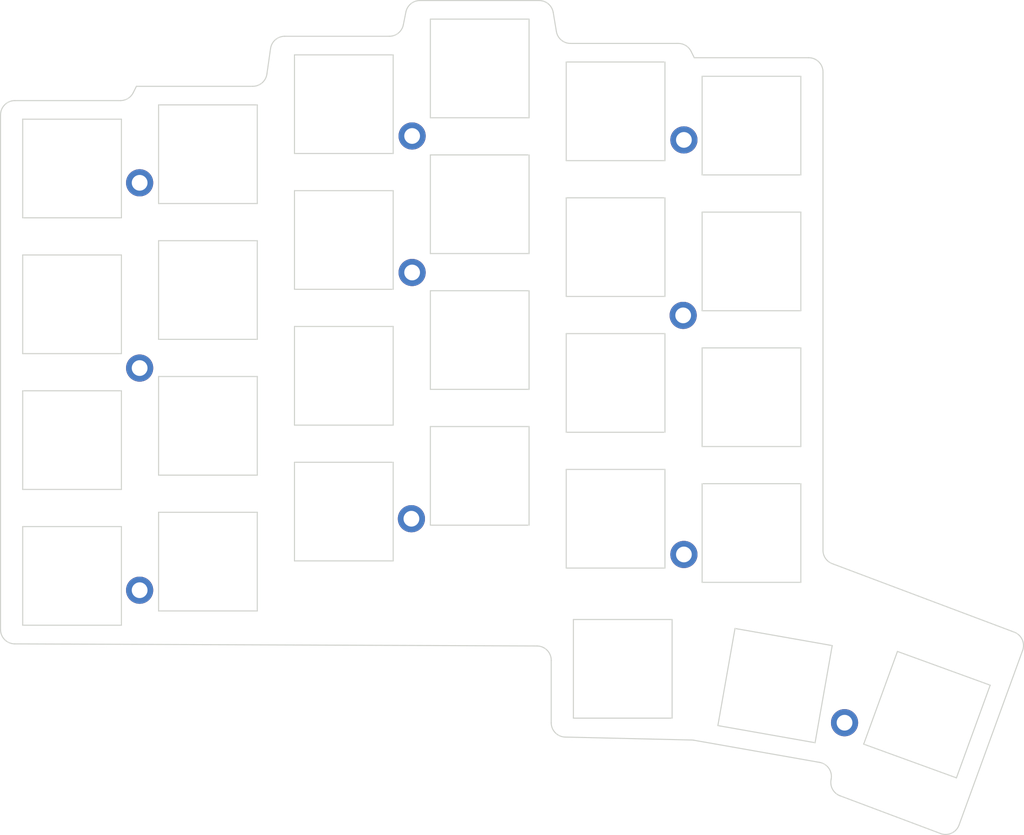
<source format=kicad_pcb>
(kicad_pcb (version 20171130) (host pcbnew 5.1.6)
  (title_block (title "switchplate") (rev "v1.0.0") (company "Unknown"))
  (layers (0 F.Cu signal) (31 B.Cu signal) (34 B.Paste user) (35 F.Paste user) (36 B.SilkS user) (37 F.SilkS user) (38 B.Mask user) (39 F.Mask user) (44 Edge.Cuts user))
  (net 0 "")
  (footprint "ceoloide:mounting_hole_plated" (layer "F.Cu") (at 185.55 89 0)
    (property "Reference" "H1" hide)
    (pad "" thru_hole circle (at 0 0 0) (size 3.8000000000000003 3.8000000000000003) (drill 2.2) (layers "*.Cu" "*.Mask"))
  )
  (footprint "ceoloide:mounting_hole_plated" (layer "F.Cu") (at 109.45 95 0)
    (property "Reference" "H2" hide)
    (pad "" thru_hole circle (at 0 0 0) (size 3.8000000000000003 3.8000000000000003) (drill 2.2) (layers "*.Cu" "*.Mask"))
  )
  (footprint "ceoloide:mounting_hole_plated" (layer "F.Cu") (at 109.45 152 0)
    (property "Reference" "H3" hide)
    (pad "" thru_hole circle (at 0 0 0) (size 3.8000000000000003 3.8000000000000003) (drill 2.2) (layers "*.Cu" "*.Mask"))
  )
  (footprint "ceoloide:mounting_hole_plated" (layer "F.Cu") (at 185.55 147 0)
    (property "Reference" "H4" hide)
    (pad "" thru_hole circle (at 0 0 0) (size 3.8000000000000003 3.8000000000000003) (drill 2.2) (layers "*.Cu" "*.Mask"))
  )
  (footprint "ceoloide:mounting_hole_plated" (layer "F.Cu") (at 147.55 107.55 0)
    (property "Reference" "H5" hide)
    (pad "" thru_hole circle (at 0 0 0) (size 3.8000000000000003 3.8000000000000003) (drill 2.2) (layers "*.Cu" "*.Mask"))
  )
  (footprint "ceoloide:mounting_hole_plated" (layer "F.Cu") (at 147.45 142 0)
    (property "Reference" "H6" hide)
    (pad "" thru_hole circle (at 0 0 0) (size 3.8000000000000003 3.8000000000000003) (drill 2.2) (layers "*.Cu" "*.Mask"))
  )
  (footprint "ceoloide:mounting_hole_plated" (layer "F.Cu") (at 208.0127593 170.5387575 70)
    (property "Reference" "H7" hide)
    (pad "" thru_hole circle (at 0 0 70) (size 3.8000000000000003 3.8000000000000003) (drill 2.2) (layers "*.Cu" "*.Mask"))
  )
  (footprint "ceoloide:mounting_hole_plated" (layer "F.Cu") (at 109.45 120.92 0)
    (property "Reference" "H8" hide)
    (pad "" thru_hole circle (at 0 0 0) (size 3.8000000000000003 3.8000000000000003) (drill 2.2) (layers "*.Cu" "*.Mask"))
  )
  (footprint "ceoloide:mounting_hole_plated" (layer "F.Cu") (at 147.55 88.45 0)
    (property "Reference" "H9" hide)
    (pad "" thru_hole circle (at 0 0 0) (size 3.8000000000000003 3.8000000000000003) (drill 2.2) (layers "*.Cu" "*.Mask"))
  )
  (footprint "ceoloide:mounting_hole_plated" (layer "F.Cu") (at 185.45 113.55 0)
    (property "Reference" "H10" hide)
    (pad "" thru_hole circle (at 0 0 0) (size 3.8000000000000003 3.8000000000000003) (drill 2.2) (layers "*.Cu" "*.Mask"))
  )
  (gr_line (start 224.02127808805048 184.85637340929816) (end 232.91409769299767 160.42355223553318) (angle 90) (layer Edge.Cuts) (width 0.15))
  (gr_line (start 221.43818768725453 186.04444390861596) (end 207.38724930007172 180.76285618854763) (angle 90) (layer Edge.Cuts) (width 0.15))
  (gr_line (start 206.12133904709276 178.54344892104382) (end 206.14557818063648 178.40598194658537) (angle 90) (layer Edge.Cuts) (width 0.15))
  (gr_line (start 204.52325907762105 176.08907006368668) (end 186.94583666815223 172.9896962797087) (angle 90) (layer Edge.Cuts) (width 0.15))
  (gr_line (start 186.64534368753803 172.95985948511833) (end 168.95319659771522 172.54572055322862) (angle 90) (layer Edge.Cuts) (width 0.15))
  (gr_line (start 167 170.5462682556229) (end 167 161.8019642686883) (angle 90) (layer Edge.Cuts) (width 0.15))
  (gr_line (start 165.00805180000157 159.80198046828573) (end 91.99194819999838 159.5080195317143) (angle 90) (layer Edge.Cuts) (width 0.15))
  (gr_line (start 90 157.50803573131168) (end 90 85.5) (angle 90) (layer Edge.Cuts) (width 0.15))
  (gr_line (start 92 83.5) (end 106.76393200000001 83.5) (angle 90) (layer Edge.Cuts) (width 0.15))
  (gr_line (start 108.55278640000002 82.39442719999997) (end 109 81.5) (angle 90) (layer Edge.Cuts) (width 0.15))
  (gr_line (start 109 81.5) (end 125.26540918571429 81.5) (angle 90) (layer Edge.Cuts) (width 0.15))
  (gr_line (start 127.24530817171429 79.78284279800005) (end 127.75469182828571 76.21715720199995) (angle 90) (layer Edge.Cuts) (width 0.15))
  (gr_line (start 129.73459081428572 74.5) (end 144.36039214 74.5) (angle 90) (layer Edge.Cuts) (width 0.15))
  (gr_line (start 146.32155355923075 72.89223220384622) (end 146.67844644076922 71.1077677961539) (angle 90) (layer Edge.Cuts) (width 0.15))
  (gr_line (start 148.63960786 69.5) (end 165.30574586666668 69.5) (angle 90) (layer Edge.Cuts) (width 0.15))
  (gr_line (start 167.27853366666668 71.171202) (end 167.7214663333333 73.82879799999978) (angle 90) (layer Edge.Cuts) (width 0.15))
  (gr_line (start 169.69425413333332 75.5) (end 184.763932 75.5) (angle 90) (layer Edge.Cuts) (width 0.15))
  (gr_line (start 186.5527864 76.6055728) (end 187 77.5) (angle 90) (layer Edge.Cuts) (width 0.15))
  (gr_line (start 187 77.5) (end 203 77.5) (angle 90) (layer Edge.Cuts) (width 0.15))
  (gr_line (start 205 79.5) (end 205 146.41596255544286) (angle 90) (layer Edge.Cuts) (width 0.15))
  (gr_line (start 206.29526859999996 148.28768735544287) (end 231.73944386085827 157.8677872238353) (angle 90) (layer Edge.Cuts) (width 0.15))
  (gr_arc (start 222.1418929201899 184.1723330209959) (end 221.4381877201899 186.0444438209959) (angle -90.60066727266141) (layer Edge.Cuts) (width 0.15))
  (gr_arc (start 208.09095453300708 178.89074530092765) (end 206.12133903300708 178.54344890092764) (angle -79.39933006130005) (layer Edge.Cuts) (width 0.15))
  (gr_arc (start 204.17596269472207 178.05868556670202) (end 206.14557819472208 178.40598196670203) (angle -89.99999999999237) (layer Edge.Cuts) (width 0.15))
  (gr_arc (start 186.59854028525325 174.95931178272406) (end 186.94583668525325 172.98969628272405) (angle -8.659059680884923) (layer Edge.Cuts) (width 0.15))
  (gr_arc (start 169 170.5462682556229) (end 167 170.5462682556229) (angle -88.65905888823056) (layer Edge.Cuts) (width 0.15))
  (gr_arc (start 165 161.8019642686883) (end 167 161.8019642686883) (angle -89.7693322990669) (layer Edge.Cuts) (width 0.15))
  (gr_arc (start 92 157.50803573131168) (end 90 157.50803573131168) (angle -89.7693322990653) (layer Edge.Cuts) (width 0.15))
  (gr_arc (start 92 85.5) (end 92 83.5) (angle -90) (layer Edge.Cuts) (width 0.15))
  (gr_arc (start 106.76393200000001 81.5) (end 106.76393200000001 83.5) (angle -63.43494882292288) (layer Edge.Cuts) (width 0.15))
  (gr_arc (start 125.26540918571429 79.5) (end 125.26540918571429 81.5) (angle -81.86989521498867) (layer Edge.Cuts) (width 0.15))
  (gr_arc (start 129.73459081428572 76.5) (end 129.73459081428572 74.5) (angle -81.8698952149887) (layer Edge.Cuts) (width 0.15))
  (gr_arc (start 144.36039214 72.5) (end 144.36039214 74.5) (angle -78.69006977330321) (layer Edge.Cuts) (width 0.15))
  (gr_arc (start 148.63960786 71.5) (end 148.63960786 69.5) (angle -78.69006977330653) (layer Edge.Cuts) (width 0.15))
  (gr_arc (start 165.30574586666668 71.5) (end 167.27853366666668 71.171202) (angle -80.53767685003733) (layer Edge.Cuts) (width 0.15))
  (gr_arc (start 169.69425413333332 73.49999999999989) (end 167.72146633333332 73.82879799999989) (angle -80.5376768500407) (layer Edge.Cuts) (width 0.15))
  (gr_arc (start 184.763932 77.5) (end 186.5527864 76.6055728) (angle -63.43494882292201) (layer Edge.Cuts) (width 0.15))
  (gr_arc (start 203 79.5) (end 205 79.5) (angle -90) (layer Edge.Cuts) (width 0.15))
  (gr_arc (start 207 146.41596255544286) (end 205 146.41596255544286) (angle -69.36791985925433) (layer Edge.Cuts) (width 0.15))
  (gr_arc (start 231.0347124608583 159.73951202383535) (end 232.91409776085828 160.42355222383534) (angle -89.36791793391237) (layer Edge.Cuts) (width 0.15))
  (gr_line (start 93.1 156.9) (end 106.89999999999999 156.9) (angle 90) (layer Edge.Cuts) (width 0.15))
  (gr_line (start 106.89999999999999 156.9) (end 106.89999999999999 143.1) (angle 90) (layer Edge.Cuts) (width 0.15))
  (gr_line (start 106.89999999999999 143.1) (end 93.1 143.1) (angle 90) (layer Edge.Cuts) (width 0.15))
  (gr_line (start 93.1 143.1) (end 93.1 156.9) (angle 90) (layer Edge.Cuts) (width 0.15))
  (gr_line (start 93.1 137.9) (end 106.89999999999999 137.9) (angle 90) (layer Edge.Cuts) (width 0.15))
  (gr_line (start 106.89999999999999 137.9) (end 106.89999999999999 124.10000000000001) (angle 90) (layer Edge.Cuts) (width 0.15))
  (gr_line (start 106.89999999999999 124.10000000000001) (end 93.1 124.10000000000001) (angle 90) (layer Edge.Cuts) (width 0.15))
  (gr_line (start 93.1 124.10000000000001) (end 93.1 137.9) (angle 90) (layer Edge.Cuts) (width 0.15))
  (gr_line (start 93.1 118.9) (end 106.89999999999999 118.9) (angle 90) (layer Edge.Cuts) (width 0.15))
  (gr_line (start 106.89999999999999 118.9) (end 106.89999999999999 105.10000000000001) (angle 90) (layer Edge.Cuts) (width 0.15))
  (gr_line (start 106.89999999999999 105.10000000000001) (end 93.1 105.10000000000001) (angle 90) (layer Edge.Cuts) (width 0.15))
  (gr_line (start 93.1 105.10000000000001) (end 93.1 118.9) (angle 90) (layer Edge.Cuts) (width 0.15))
  (gr_line (start 93.1 99.9) (end 106.89999999999999 99.9) (angle 90) (layer Edge.Cuts) (width 0.15))
  (gr_line (start 106.89999999999999 99.9) (end 106.89999999999999 86.10000000000001) (angle 90) (layer Edge.Cuts) (width 0.15))
  (gr_line (start 106.89999999999999 86.10000000000001) (end 93.1 86.10000000000001) (angle 90) (layer Edge.Cuts) (width 0.15))
  (gr_line (start 93.1 86.10000000000001) (end 93.1 99.9) (angle 90) (layer Edge.Cuts) (width 0.15))
  (gr_line (start 112.1 154.9) (end 125.89999999999999 154.9) (angle 90) (layer Edge.Cuts) (width 0.15))
  (gr_line (start 125.89999999999999 154.9) (end 125.89999999999999 141.1) (angle 90) (layer Edge.Cuts) (width 0.15))
  (gr_line (start 125.89999999999999 141.1) (end 112.1 141.1) (angle 90) (layer Edge.Cuts) (width 0.15))
  (gr_line (start 112.1 141.1) (end 112.1 154.9) (angle 90) (layer Edge.Cuts) (width 0.15))
  (gr_line (start 112.1 135.9) (end 125.89999999999999 135.9) (angle 90) (layer Edge.Cuts) (width 0.15))
  (gr_line (start 125.89999999999999 135.9) (end 125.89999999999999 122.10000000000001) (angle 90) (layer Edge.Cuts) (width 0.15))
  (gr_line (start 125.89999999999999 122.10000000000001) (end 112.1 122.10000000000001) (angle 90) (layer Edge.Cuts) (width 0.15))
  (gr_line (start 112.1 122.10000000000001) (end 112.1 135.9) (angle 90) (layer Edge.Cuts) (width 0.15))
  (gr_line (start 112.1 116.9) (end 125.89999999999999 116.9) (angle 90) (layer Edge.Cuts) (width 0.15))
  (gr_line (start 125.89999999999999 116.9) (end 125.89999999999999 103.10000000000001) (angle 90) (layer Edge.Cuts) (width 0.15))
  (gr_line (start 125.89999999999999 103.10000000000001) (end 112.1 103.10000000000001) (angle 90) (layer Edge.Cuts) (width 0.15))
  (gr_line (start 112.1 103.10000000000001) (end 112.1 116.9) (angle 90) (layer Edge.Cuts) (width 0.15))
  (gr_line (start 112.1 97.9) (end 125.89999999999999 97.9) (angle 90) (layer Edge.Cuts) (width 0.15))
  (gr_line (start 125.89999999999999 97.9) (end 125.89999999999999 84.10000000000001) (angle 90) (layer Edge.Cuts) (width 0.15))
  (gr_line (start 125.89999999999999 84.10000000000001) (end 112.1 84.10000000000001) (angle 90) (layer Edge.Cuts) (width 0.15))
  (gr_line (start 112.1 84.10000000000001) (end 112.1 97.9) (angle 90) (layer Edge.Cuts) (width 0.15))
  (gr_line (start 131.1 147.9) (end 144.9 147.9) (angle 90) (layer Edge.Cuts) (width 0.15))
  (gr_line (start 144.9 147.9) (end 144.9 134.1) (angle 90) (layer Edge.Cuts) (width 0.15))
  (gr_line (start 144.9 134.1) (end 131.1 134.1) (angle 90) (layer Edge.Cuts) (width 0.15))
  (gr_line (start 131.1 134.1) (end 131.1 147.9) (angle 90) (layer Edge.Cuts) (width 0.15))
  (gr_line (start 131.1 128.9) (end 144.9 128.9) (angle 90) (layer Edge.Cuts) (width 0.15))
  (gr_line (start 144.9 128.9) (end 144.9 115.10000000000001) (angle 90) (layer Edge.Cuts) (width 0.15))
  (gr_line (start 144.9 115.10000000000001) (end 131.1 115.10000000000001) (angle 90) (layer Edge.Cuts) (width 0.15))
  (gr_line (start 131.1 115.10000000000001) (end 131.1 128.9) (angle 90) (layer Edge.Cuts) (width 0.15))
  (gr_line (start 131.1 109.9) (end 144.9 109.9) (angle 90) (layer Edge.Cuts) (width 0.15))
  (gr_line (start 144.9 109.9) (end 144.9 96.10000000000001) (angle 90) (layer Edge.Cuts) (width 0.15))
  (gr_line (start 144.9 96.10000000000001) (end 131.1 96.10000000000001) (angle 90) (layer Edge.Cuts) (width 0.15))
  (gr_line (start 131.1 96.10000000000001) (end 131.1 109.9) (angle 90) (layer Edge.Cuts) (width 0.15))
  (gr_line (start 131.1 90.9) (end 144.9 90.9) (angle 90) (layer Edge.Cuts) (width 0.15))
  (gr_line (start 144.9 90.9) (end 144.9 77.10000000000001) (angle 90) (layer Edge.Cuts) (width 0.15))
  (gr_line (start 144.9 77.10000000000001) (end 131.1 77.10000000000001) (angle 90) (layer Edge.Cuts) (width 0.15))
  (gr_line (start 131.1 77.10000000000001) (end 131.1 90.9) (angle 90) (layer Edge.Cuts) (width 0.15))
  (gr_line (start 150.1 142.9) (end 163.9 142.9) (angle 90) (layer Edge.Cuts) (width 0.15))
  (gr_line (start 163.9 142.9) (end 163.9 129.1) (angle 90) (layer Edge.Cuts) (width 0.15))
  (gr_line (start 163.9 129.1) (end 150.1 129.1) (angle 90) (layer Edge.Cuts) (width 0.15))
  (gr_line (start 150.1 129.1) (end 150.1 142.9) (angle 90) (layer Edge.Cuts) (width 0.15))
  (gr_line (start 150.1 123.9) (end 163.9 123.9) (angle 90) (layer Edge.Cuts) (width 0.15))
  (gr_line (start 163.9 123.9) (end 163.9 110.10000000000001) (angle 90) (layer Edge.Cuts) (width 0.15))
  (gr_line (start 163.9 110.10000000000001) (end 150.1 110.10000000000001) (angle 90) (layer Edge.Cuts) (width 0.15))
  (gr_line (start 150.1 110.10000000000001) (end 150.1 123.9) (angle 90) (layer Edge.Cuts) (width 0.15))
  (gr_line (start 150.1 104.9) (end 163.9 104.9) (angle 90) (layer Edge.Cuts) (width 0.15))
  (gr_line (start 163.9 104.9) (end 163.9 91.10000000000001) (angle 90) (layer Edge.Cuts) (width 0.15))
  (gr_line (start 163.9 91.10000000000001) (end 150.1 91.10000000000001) (angle 90) (layer Edge.Cuts) (width 0.15))
  (gr_line (start 150.1 91.10000000000001) (end 150.1 104.9) (angle 90) (layer Edge.Cuts) (width 0.15))
  (gr_line (start 150.1 85.9) (end 163.9 85.9) (angle 90) (layer Edge.Cuts) (width 0.15))
  (gr_line (start 163.9 85.9) (end 163.9 72.10000000000001) (angle 90) (layer Edge.Cuts) (width 0.15))
  (gr_line (start 163.9 72.10000000000001) (end 150.1 72.10000000000001) (angle 90) (layer Edge.Cuts) (width 0.15))
  (gr_line (start 150.1 72.10000000000001) (end 150.1 85.9) (angle 90) (layer Edge.Cuts) (width 0.15))
  (gr_line (start 169.1 148.9) (end 182.9 148.9) (angle 90) (layer Edge.Cuts) (width 0.15))
  (gr_line (start 182.9 148.9) (end 182.9 135.1) (angle 90) (layer Edge.Cuts) (width 0.15))
  (gr_line (start 182.9 135.1) (end 169.1 135.1) (angle 90) (layer Edge.Cuts) (width 0.15))
  (gr_line (start 169.1 135.1) (end 169.1 148.9) (angle 90) (layer Edge.Cuts) (width 0.15))
  (gr_line (start 169.1 129.9) (end 182.9 129.9) (angle 90) (layer Edge.Cuts) (width 0.15))
  (gr_line (start 182.9 129.9) (end 182.9 116.10000000000001) (angle 90) (layer Edge.Cuts) (width 0.15))
  (gr_line (start 182.9 116.10000000000001) (end 169.1 116.10000000000001) (angle 90) (layer Edge.Cuts) (width 0.15))
  (gr_line (start 169.1 116.10000000000001) (end 169.1 129.9) (angle 90) (layer Edge.Cuts) (width 0.15))
  (gr_line (start 169.1 110.9) (end 182.9 110.9) (angle 90) (layer Edge.Cuts) (width 0.15))
  (gr_line (start 182.9 110.9) (end 182.9 97.10000000000001) (angle 90) (layer Edge.Cuts) (width 0.15))
  (gr_line (start 182.9 97.10000000000001) (end 169.1 97.10000000000001) (angle 90) (layer Edge.Cuts) (width 0.15))
  (gr_line (start 169.1 97.10000000000001) (end 169.1 110.9) (angle 90) (layer Edge.Cuts) (width 0.15))
  (gr_line (start 169.1 91.9) (end 182.9 91.9) (angle 90) (layer Edge.Cuts) (width 0.15))
  (gr_line (start 182.9 91.9) (end 182.9 78.10000000000001) (angle 90) (layer Edge.Cuts) (width 0.15))
  (gr_line (start 182.9 78.10000000000001) (end 169.1 78.10000000000001) (angle 90) (layer Edge.Cuts) (width 0.15))
  (gr_line (start 169.1 78.10000000000001) (end 169.1 91.9) (angle 90) (layer Edge.Cuts) (width 0.15))
  (gr_line (start 188.1 150.9) (end 201.9 150.9) (angle 90) (layer Edge.Cuts) (width 0.15))
  (gr_line (start 201.9 150.9) (end 201.9 137.1) (angle 90) (layer Edge.Cuts) (width 0.15))
  (gr_line (start 201.9 137.1) (end 188.1 137.1) (angle 90) (layer Edge.Cuts) (width 0.15))
  (gr_line (start 188.1 137.1) (end 188.1 150.9) (angle 90) (layer Edge.Cuts) (width 0.15))
  (gr_line (start 188.1 131.9) (end 201.9 131.9) (angle 90) (layer Edge.Cuts) (width 0.15))
  (gr_line (start 201.9 131.9) (end 201.9 118.10000000000001) (angle 90) (layer Edge.Cuts) (width 0.15))
  (gr_line (start 201.9 118.10000000000001) (end 188.1 118.10000000000001) (angle 90) (layer Edge.Cuts) (width 0.15))
  (gr_line (start 188.1 118.10000000000001) (end 188.1 131.9) (angle 90) (layer Edge.Cuts) (width 0.15))
  (gr_line (start 188.1 112.9) (end 201.9 112.9) (angle 90) (layer Edge.Cuts) (width 0.15))
  (gr_line (start 201.9 112.9) (end 201.9 99.10000000000001) (angle 90) (layer Edge.Cuts) (width 0.15))
  (gr_line (start 201.9 99.10000000000001) (end 188.1 99.10000000000001) (angle 90) (layer Edge.Cuts) (width 0.15))
  (gr_line (start 188.1 99.10000000000001) (end 188.1 112.9) (angle 90) (layer Edge.Cuts) (width 0.15))
  (gr_line (start 188.1 93.9) (end 201.9 93.9) (angle 90) (layer Edge.Cuts) (width 0.15))
  (gr_line (start 201.9 93.9) (end 201.9 80.10000000000001) (angle 90) (layer Edge.Cuts) (width 0.15))
  (gr_line (start 201.9 80.10000000000001) (end 188.1 80.10000000000001) (angle 90) (layer Edge.Cuts) (width 0.15))
  (gr_line (start 188.1 80.10000000000001) (end 188.1 93.9) (angle 90) (layer Edge.Cuts) (width 0.15))
  (gr_line (start 170.1 169.9) (end 183.9 169.9) (angle 90) (layer Edge.Cuts) (width 0.15))
  (gr_line (start 183.9 169.9) (end 183.9 156.1) (angle 90) (layer Edge.Cuts) (width 0.15))
  (gr_line (start 183.9 156.1) (end 170.1 156.1) (angle 90) (layer Edge.Cuts) (width 0.15))
  (gr_line (start 170.1 156.1) (end 170.1 169.9) (angle 90) (layer Edge.Cuts) (width 0.15))
  (gr_line (start 190.30110879999998 170.9412121) (end 203.8914558 173.3375569) (angle 90) (layer Edge.Cuts) (width 0.15))
  (gr_line (start 203.8914558 173.3375569) (end 206.28780059999997 159.7472099) (angle 90) (layer Edge.Cuts) (width 0.15))
  (gr_line (start 206.28780059999997 159.7472099) (end 192.6974536 157.35086510000002) (angle 90) (layer Edge.Cuts) (width 0.15))
  (gr_line (start 192.6974536 157.35086510000002) (end 190.30110879999998 170.9412121) (angle 90) (layer Edge.Cuts) (width 0.15))
  (gr_line (start 223.6571911 178.2548028) (end 228.3770691 165.2870446) (angle 90) (layer Edge.Cuts) (width 0.15))
  (gr_line (start 228.3770691 165.2870446) (end 215.4093109 160.5671666) (angle 90) (layer Edge.Cuts) (width 0.15))
  (gr_line (start 215.4093109 160.5671666) (end 210.6894329 173.5349248) (angle 90) (layer Edge.Cuts) (width 0.15))
  (gr_line (start 210.6894329 173.5349248) (end 223.6571911 178.2548028) (angle 90) (layer Edge.Cuts) (width 0.15))
)
</source>
